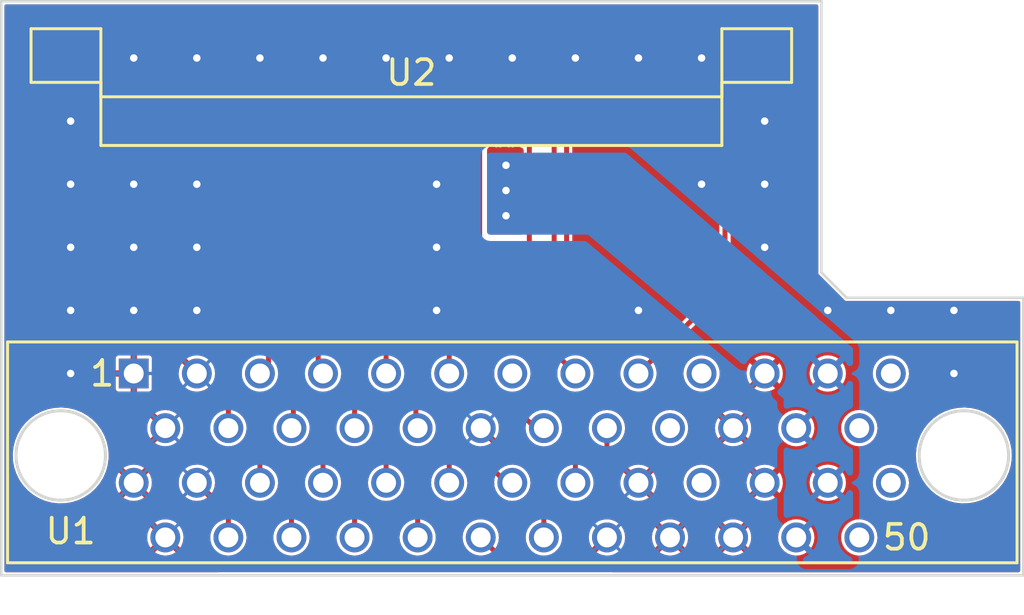
<source format=kicad_pcb>
(kicad_pcb (version 20211014) (generator pcbnew)
  (layers (0 "F.Cu" signal) (31 "B.Cu" signal) (34 "B.Paste" user) (35 "F.Paste" user) (36 "B.SilkS" user "B.Silkscreen") (37 "F.SilkS" user "F.Silkscreen") (38 "B.Mask" user) (39 "F.Mask" user) (44 "Edge.Cuts" user))
  (net 0 "")
  (net 1 "GND")
  (net 2 "/AD3_D3")
  (net 3 "/AD7_D7")
  (net 4 "/AD11_A3")
  (net 5 "/AD15_A7")
  (net 6 "/LBE_WE_n")
  (net 7 "/CLK")
  (net 8 "+3V3")
  (net 9 "/AD1_D1")
  (net 10 "/AD5_D5")
  (net 11 "/AD9_A1")
  (net 12 "/AD13_A5")
  (net 13 "/BTB_n")
  (net 14 "/RESET_n")
  (net 15 "/AD2_D2")
  (net 16 "/AD6_D6")
  (net 17 "/AD10_A2")
  (net 18 "/AD14_A6")
  (net 19 "/BTA_n")
  (net 20 "/UBE_RD_n")
  (net 21 "/AD0_D0")
  (net 22 "/AD4_D4")
  (net 23 "/AD8_A0")
  (net 24 "/AD12_A4")
  (net 25 "/IRQB_n")
  (net 26 "/AEN_n")
  (footprint "DreamcastCommonFootprints:G2_FFC" (layer "F.Cu") (at 143.256 81.28 180)
    (fp_text reference "U2" (at 0 1.95) (layer "F.SilkS"))
    (fp_text value "G2_FFC")
    (fp_line (start -12.5 0.98) (end -12.5 3.72) (layer "F.SilkS") (width 0.12))
    (fp_line (start -15.31 3.72) (end -15.31 1.56) (layer "F.SilkS") (width 0.12))
    (fp_line (start -12.5 3.72) (end -15.31 3.72) (layer "F.SilkS") (width 0.12))
    (fp_line (start -15.31 1.56) (end -12.5 1.56) (layer "F.SilkS") (width 0.12))
    (fp_line (start -12.5 0.98) (end 12.5 0.98) (layer "F.SilkS") (width 0.12))
    (fp_line (start -12.5 1.56) (end -12.5 -0.98) (layer "F.SilkS") (width 0.12))
    (fp_line (start 12.5 0.98) (end 12.5 3.72) (layer "F.SilkS") (width 0.12))
    (fp_line (start -12.5 -0.98) (end 12.5 -0.98) (layer "F.SilkS") (width 0.12))
    (fp_line (start 15.31 1.56) (end 12.5 1.56) (layer "F.SilkS") (width 0.12))
    (fp_line (start 12.5 3.72) (end 15.31 3.72) (layer "F.SilkS") (width 0.12))
    (fp_line (start 12.5 1.56) (end 12.5 -0.98) (layer "F.SilkS") (width 0.12))
    (fp_line (start 15.31 3.72) (end 15.31 1.56) (layer "F.SilkS") (width 0.12))
    (pad "0" smd rect (at -14.4 2.7 180) (size 1.1 1.8) (layers "F.Cu" "F.Paste" "F.Mask"))
    (pad "0" smd rect (at 14.4 2.7 180) (size 1.1 1.8) (layers "F.Cu" "F.Paste" "F.Mask"))
    (pad "1" smd rect (at -12.25 0 180) (size 0.3 1.6) (layers "F.Cu" "F.Paste" "F.Mask"))
    (pad "2" smd rect (at -11.75 0 180) (size 0.3 1.6) (layers "F.Cu" "F.Paste" "F.Mask"))
    (pad "3" smd rect (at -11.25 0 180) (size 0.3 1.6) (layers "F.Cu" "F.Paste" "F.Mask"))
    (pad "4" smd rect (at -10.75 0 180) (size 0.3 1.6) (layers "F.Cu" "F.Paste" "F.Mask"))
    (pad "5" smd rect (at -10.25 0 180) (size 0.3 1.6) (layers "F.Cu" "F.Paste" "F.Mask"))
    (pad "6" smd rect (at -9.75 0 180) (size 0.3 1.6) (layers "F.Cu" "F.Paste" "F.Mask"))
    (pad "7" smd rect (at -9.25 0 180) (size 0.3 1.6) (layers "F.Cu" "F.Paste" "F.Mask"))
    (pad "8" smd rect (at -8.75 0 180) (size 0.3 1.6) (layers "F.Cu" "F.Paste" "F.Mask"))
    (pad "9" smd rect (at -8.25 0 180) (size 0.3 1.6) (layers "F.Cu" "F.Paste" "F.Mask"))
    (pad "10" smd rect (at -7.75 0 180) (size 0.3 1.6) (layers "F.Cu" "F.Paste" "F.Mask") (net 1 "GND"))
    (pad "11" smd rect (at -7.25 0 180) (size 0.3 1.6) (layers "F.Cu" "F.Paste" "F.Mask") (net 1 "GND"))
    (pad "12" smd rect (at -6.75 0 180) (size 0.3 1.6) (layers "F.Cu" "F.Paste" "F.Mask") (net 1 "GND"))
    (pad "13" smd rect (at -6.25 0 180) (size 0.3 1.6) (layers "F.Cu" "F.Paste" "F.Mask") (net 25 "/IRQB_n"))
    (pad "14" smd rect (at -5.75 0 180) (size 0.3 1.6) (layers "F.Cu" "F.Paste" "F.Mask") (net 6 "/LBE_WE_n"))
    (pad "15" smd rect (at -5.25 0 180) (size 0.3 1.6) (layers "F.Cu" "F.Paste" "F.Mask"))
    (pad "16" smd rect (at -4.75 0 180) (size 0.3 1.6) (layers "F.Cu" "F.Paste" "F.Mask") (net 20 "/UBE_RD_n"))
    (pad "17" smd rect (at -4.25 0 180) (size 0.3 1.6) (layers "F.Cu" "F.Paste" "F.Mask") (net 8 "+3V3"))
    (pad "18" smd rect (at -3.75 0 180) (size 0.3 1.6) (layers "F.Cu" "F.Paste" "F.Mask") (net 8 "+3V3"))
    (pad "19" smd rect (at -3.25 0 180) (size 0.3 1.6) (layers "F.Cu" "F.Paste" "F.Mask") (net 8 "+3V3"))
    (pad "20" smd rect (at -2.75 0 180) (size 0.3 1.6) (layers "F.Cu" "F.Paste" "F.Mask") (net 13 "/BTB_n"))
    (pad "21" smd rect (at -2.25 0 180) (size 0.3 1.6) (layers "F.Cu" "F.Paste" "F.Mask") (net 26 "/AEN_n"))
    (pad "22" smd rect (at -1.75 0 180) (size 0.3 1.6) (layers "F.Cu" "F.Paste" "F.Mask") (net 19 "/BTA_n"))
    (pad "23" smd rect (at -1.25 0 180) (size 0.3 1.6) (layers "F.Cu" "F.Paste" "F.Mask") (net 1 "GND"))
    (pad "24" smd rect (at -0.75 0 180) (size 0.3 1.6) (layers "F.Cu" "F.Paste" "F.Mask") (net 1 "GND"))
    (pad "25" smd rect (at -0.25 0 180) (size 0.3 1.6) (layers "F.Cu" "F.Paste" "F.Mask") (net 5 "/AD15_A7"))
    (pad "26" smd rect (at 0.25 0 180) (size 0.3 1.6) (layers "F.Cu" "F.Paste" "F.Mask") (net 18 "/AD14_A6"))
    (pad "27" smd rect (at 0.75 0 180) (size 0.3 1.6) (layers "F.Cu" "F.Paste" "F.Mask") (net 12 "/AD13_A5"))
    (pad "28" smd rect (at 1.25 0 180) (size 0.3 1.6) (layers "F.Cu" "F.Paste" "F.Mask") (net 24 "/AD12_A4"))
    (pad "29" smd rect (at 1.75 0 180) (size 0.3 1.6) (layers "F.Cu" "F.Paste" "F.Mask") (net 4 "/AD11_A3"))
    (pad "30" smd rect (at 2.25 0 180) (size 0.3 1.6) (layers "F.Cu" "F.Paste" "F.Mask") (net 17 "/AD10_A2"))
    (pad "31" smd rect (at 2.75 0 180) (size 0.3 1.6) (layers "F.Cu" "F.Paste" "F.Mask") (net 11 "/AD9_A1"))
    (pad "32" smd rect (at 3.25 0 180) (size 0.3 1.6) (layers "F.Cu" "F.Paste" "F.Mask") (net 23 "/AD8_A0"))
    (pad "33" smd rect (at 3.75 0 180) (size 0.3 1.6) (layers "F.Cu" "F.Paste" "F.Mask") (net 3 "/AD7_D7"))
    (pad "34" smd rect (at 4.25 0 180) (size 0.3 1.6) (layers "F.Cu" "F.Paste" "F.Mask") (net 16 "/AD6_D6"))
    (pad "35" smd rect (at 4.75 0 180) (size 0.3 1.6) (layers "F.Cu" "F.Paste" "F.Mask") (net 10 "/AD5_D5"))
    (pad "36" smd rect (at 5.25 0 180) (size 0.3 1.6) (layers "F.Cu" "F.Paste" "F.Mask") (net 22 "/AD4_D4"))
    (pad "37" smd rect (at 5.75 0 180) (size 0.3 1.6) (layers "F.Cu" "F.Paste" "F.Mask") (net 2 "/AD3_D3"))
    (pad "38" smd rect (at 6.25 0 180) (size 0.3 1.6) (layers "F.Cu" "F.Paste" "F.Mask") (net 15 "/AD2_D2"))
    (pad "39" smd rect (at 6.75 0 180) (size 0.3 1.6) (layers "F.Cu" "F.Paste" "F.Mask") (net 9 "/AD1_D1"))
    (pad "40" smd rect (at 7.25 0 180) (size 0.3 1.6) (layers "F.Cu" "F.Paste" "F.Mask") (net 21 "/AD0_D0"))
    (pad "41" smd rect (at 7.75 0 180) (size 0.3 1.6) (layers "F.Cu" "F.Paste" "F.Mask") (net 1 "GND"))
    (pad "42" smd rect (at 8.25 0 180) (size 0.3 1.6) (layers "F.Cu" "F.Paste" "F.Mask") (net 1 "GND"))
    (pad "43" smd rect (at 8.75 0 180) (size 0.3 1.6) (layers "F.Cu" "F.Paste" "F.Mask") (net 7 "/CLK"))
    (pad "44" smd rect (at 9.25 0 180) (size 0.3 1.6) (layers "F.Cu" "F.Paste" "F.Mask") (net 1 "GND"))
    (pad "45" smd rect (at 9.75 0 180) (size 0.3 1.6) (layers "F.Cu" "F.Paste" "F.Mask") (net 1 "GND"))
    (pad "46" smd rect (at 10.25 0 180) (size 0.3 1.6) (layers "F.Cu" "F.Paste" "F.Mask") (net 14 "/RESET_n"))
    (pad "47" smd rect (at 10.75 0 180) (size 0.3 1.6) (layers "F.Cu" "F.Paste" "F.Mask") (net 1 "GND"))
    (pad "48" smd rect (at 11.25 0 180) (size 0.3 1.6) (layers "F.Cu" "F.Paste" "F.Mask") (net 1 "GND"))
    (pad "49" smd rect (at 11.75 0 180) (size 0.3 1.6) (layers "F.Cu" "F.Paste" "F.Mask"))
    (pad "50" smd rect (at 12.25 0 180) (size 0.3 1.6) (layers "F.Cu" "F.Paste" "F.Mask"))
  )
  (footprint "AW_Footprints:AW_LAN_PCB_Connector" (layer "F.Cu") (at 132.08 91.44)
    (fp_text reference "U1" (at -2.54 6.35 180) (layer "F.SilkS"))
    (fp_text value "LAN_PCB_Connector")
    (fp_text user "50" (at 31.115 6.6 unlocked) (layer "F.SilkS"))
    (fp_text user "1" (at -1.27 0 unlocked) (layer "F.SilkS"))
    (fp_line (start 35.56 7.62) (end 35.56 -1.27) (layer "F.SilkS") (width 0.12))
    (fp_line (start 35.56 -1.27) (end -5.08 -1.27) (layer "F.SilkS") (width 0.12))
    (fp_line (start -5.08 7.62) (end -5.08 -1.27) (layer "F.SilkS") (width 0.12))
    (fp_line (start 35.56 7.62) (end -5.08 7.62) (layer "F.SilkS") (width 0.12))
    (fp_circle (center -2.94 3.3) (end -1.14 3.3) (layer "Edge.Cuts") (width 0.12) (fill none))
    (fp_circle (center 33.42 3.3) (end 35.22 3.3) (layer "Edge.Cuts") (width 0.12) (fill none))
    (pad "1" thru_hole rect (at 0 0) (size 1.2 1.2) (drill 0.8) (layers *.Cu *.Mask) (net 1 "GND"))
    (pad "2" thru_hole circle (at 2.54 0) (size 1.2 1.2) (drill 0.8) (layers *.Cu *.Mask) (net 1 "GND"))
    (pad "3" thru_hole circle (at 5.08 0) (size 1.2 1.2) (drill 0.8) (layers *.Cu *.Mask) (net 2 "/AD3_D3"))
    (pad "4" thru_hole circle (at 7.62 0) (size 1.2 1.2) (drill 0.8) (layers *.Cu *.Mask) (net 3 "/AD7_D7"))
    (pad "5" thru_hole circle (at 10.16 0) (size 1.2 1.2) (drill 0.8) (layers *.Cu *.Mask) (net 4 "/AD11_A3"))
    (pad "6" thru_hole circle (at 12.7 0) (size 1.2 1.2) (drill 0.8) (layers *.Cu *.Mask) (net 5 "/AD15_A7"))
    (pad "7" thru_hole circle (at 15.24 0) (size 1.2 1.2) (drill 0.8) (layers *.Cu *.Mask))
    (pad "8" thru_hole circle (at 17.78 0) (size 1.2 1.2) (drill 0.8) (layers *.Cu *.Mask) (net 6 "/LBE_WE_n"))
    (pad "9" thru_hole circle (at 20.32 0) (size 1.2 1.2) (drill 0.8) (layers *.Cu *.Mask) (net 7 "/CLK"))
    (pad "10" thru_hole circle (at 22.86 0) (size 1.2 1.2) (drill 0.8) (layers *.Cu *.Mask))
    (pad "11" thru_hole circle (at 25.4 0) (size 1.2 1.2) (drill 0.8) (layers *.Cu *.Mask) (net 1 "GND"))
    (pad "12" thru_hole circle (at 27.94 0) (size 1.2 1.2) (drill 0.8) (layers *.Cu *.Mask) (net 8 "+3V3"))
    (pad "13" thru_hole circle (at 30.48 0) (size 1.2 1.2) (drill 0.8) (layers *.Cu *.Mask))
    (pad "14" thru_hole circle (at 1.27 2.2) (size 1.2 1.2) (drill 0.8) (layers *.Cu *.Mask) (net 1 "GND"))
    (pad "15" thru_hole circle (at 3.81 2.2) (size 1.2 1.2) (drill 0.8) (layers *.Cu *.Mask) (net 9 "/AD1_D1"))
    (pad "16" thru_hole circle (at 6.35 2.2) (size 1.2 1.2) (drill 0.8) (layers *.Cu *.Mask) (net 10 "/AD5_D5"))
    (pad "17" thru_hole circle (at 8.89 2.2) (size 1.2 1.2) (drill 0.8) (layers *.Cu *.Mask) (net 11 "/AD9_A1"))
    (pad "18" thru_hole circle (at 11.43 2.2) (size 1.2 1.2) (drill 0.8) (layers *.Cu *.Mask) (net 12 "/AD13_A5"))
    (pad "19" thru_hole circle (at 13.97 2.2) (size 1.2 1.2) (drill 0.8) (layers *.Cu *.Mask) (net 1 "GND"))
    (pad "20" thru_hole circle (at 16.51 2.2) (size 1.2 1.2) (drill 0.8) (layers *.Cu *.Mask) (net 13 "/BTB_n"))
    (pad "21" thru_hole circle (at 19.05 2.2) (size 1.2 1.2) (drill 0.8) (layers *.Cu *.Mask) (net 14 "/RESET_n"))
    (pad "22" thru_hole circle (at 21.59 2.2) (size 1.2 1.2) (drill 0.8) (layers *.Cu *.Mask))
    (pad "23" thru_hole circle (at 24.13 2.2) (size 1.2 1.2) (drill 0.8) (layers *.Cu *.Mask) (net 1 "GND"))
    (pad "24" thru_hole circle (at 26.67 2.2) (size 1.2 1.2) (drill 0.8) (layers *.Cu *.Mask) (net 8 "+3V3"))
    (pad "25" thru_hole circle (at 29.21 2.2) (size 1.2 1.2) (drill 0.8) (layers *.Cu *.Mask))
    (pad "26" thru_hole circle (at 0 4.4 180) (size 1.2 1.2) (drill 0.8) (layers *.Cu *.Mask) (net 1 "GND"))
    (pad "27" thru_hole circle (at 2.54 4.4 180) (size 1.2 1.2) (drill 0.8) (layers *.Cu *.Mask) (net 1 "GND"))
    (pad "28" thru_hole circle (at 5.08 4.4 180) (size 1.2 1.2) (drill 0.8) (layers *.Cu *.Mask) (net 15 "/AD2_D2"))
    (pad "29" thru_hole circle (at 7.62 4.4 180) (size 1.2 1.2) (drill 0.8) (layers *.Cu *.Mask) (net 16 "/AD6_D6"))
    (pad "30" thru_hole circle (at 10.16 4.4 180) (size 1.2 1.2) (drill 0.8) (layers *.Cu *.Mask) (net 17 "/AD10_A2"))
    (pad "31" thru_hole circle (at 12.7 4.4 180) (size 1.2 1.2) (drill 0.8) (layers *.Cu *.Mask) (net 18 "/AD14_A6"))
    (pad "32" thru_hole circle (at 15.24 4.4 180) (size 1.2 1.2) (drill 0.8) (layers *.Cu *.Mask) (net 19 "/BTA_n"))
    (pad "33" thru_hole circle (at 17.78 4.4 180) (size 1.2 1.2) (drill 0.8) (layers *.Cu *.Mask) (net 20 "/UBE_RD_n"))
    (pad "34" thru_hole circle (at 20.32 4.4 180) (size 1.2 1.2) (drill 0.8) (layers *.Cu *.Mask) (net 1 "GND"))
    (pad "35" thru_hole circle (at 22.86 4.4 180) (size 1.2 1.2) (drill 0.8) (layers *.Cu *.Mask))
    (pad "36" thru_hole circle (at 25.4 4.4 180) (size 1.2 1.2) (drill 0.8) (layers *.Cu *.Mask) (net 1 "GND"))
    (pad "37" thru_hole circle (at 27.94 4.4 180) (size 1.2 1.2) (drill 0.8) (layers *.Cu *.Mask) (net 8 "+3V3"))
    (pad "38" thru_hole circle (at 30.48 4.4 180) (size 1.2 1.2) (drill 0.8) (layers *.Cu *.Mask))
    (pad "39" thru_hole circle (at 1.27 6.6 180) (size 1.2 1.2) (drill 0.8) (layers *.Cu *.Mask) (net 1 "GND"))
    (pad "40" thru_hole circle (at 3.81 6.6 180) (size 1.2 1.2) (drill 0.8) (layers *.Cu *.Mask) (net 21 "/AD0_D0"))
    (pad "41" thru_hole circle (at 6.35 6.6 180) (size 1.2 1.2) (drill 0.8) (layers *.Cu *.Mask) (net 22 "/AD4_D4"))
    (pad "42" thru_hole circle (at 8.89 6.6 180) (size 1.2 1.2) (drill 0.8) (layers *.Cu *.Mask) (net 23 "/AD8_A0"))
    (pad "43" thru_hole circle (at 11.43 6.6 180) (size 1.2 1.2) (drill 0.8) (layers *.Cu *.Mask) (net 24 "/AD12_A4"))
    (pad "44" thru_hole circle (at 13.97 6.6 180) (size 1.2 1.2) (drill 0.8) (layers *.Cu *.Mask) (net 25 "/IRQB_n"))
    (pad "45" thru_hole circle (at 16.51 6.6 180) (size 1.2 1.2) (drill 0.8) (layers *.Cu *.Mask) (net 26 "/AEN_n"))
    (pad "46" thru_hole circle (at 19.05 6.6 180) (size 1.2 1.2) (drill 0.8) (layers *.Cu *.Mask) (net 1 "GND"))
    (pad "47" thru_hole circle (at 21.59 6.6 180) (size 1.2 1.2) (drill 0.8) (layers *.Cu *.Mask) (net 1 "GND"))
    (pad "48" thru_hole circle (at 24.13 6.6 180) (size 1.2 1.2) (drill 0.8) (layers *.Cu *.Mask) (net 1 "GND"))
    (pad "49" thru_hole circle (at 26.67 6.6 180) (size 1.2 1.2) (drill 0.8) (layers *.Cu *.Mask) (net 8 "+3V3"))
    (pad "50" thru_hole circle (at 29.21 6.6 180) (size 1.2 1.2) (drill 0.8) (layers *.Cu *.Mask))
  )
  (gr_line (start 126.746 99.568) (end 126.746 76.454) (layer "Edge.Cuts") (width 0.1))
  (gr_line (start 160.782 88.392) (end 159.766 87.376) (layer "Edge.Cuts") (width 0.1))
  (gr_line (start 167.894 99.568) (end 126.746 99.568) (layer "Edge.Cuts") (width 0.1))
  (gr_line (start 167.894 88.392) (end 160.782 88.392) (layer "Edge.Cuts") (width 0.1))
  (gr_line (start 159.766 76.454) (end 159.766 87.376) (layer "Edge.Cuts") (width 0.1))
  (gr_line (start 126.746 76.454) (end 159.766 76.454) (layer "Edge.Cuts") (width 0.1))
  (gr_line (start 167.894 88.392) (end 167.894 99.568) (layer "Edge.Cuts") (width 0.1))
  (via (at 160.02 88.9) (size 0.5) (drill 0.3) (layers "F.Cu" "B.Cu") (net 1))
  (via (at 157.48 83.82) (size 0.5) (drill 0.3) (layers "F.Cu" "B.Cu") (net 1))
  (via (at 132.08 78.74) (size 0.5) (drill 0.3) (layers "F.Cu" "B.Cu") (net 1))
  (via (at 165.1 88.9) (size 0.5) (drill 0.3) (layers "F.Cu" "B.Cu") (net 1))
  (via (at 129.54 88.9) (size 0.5) (drill 0.3) (layers "F.Cu" "B.Cu") (net 1))
  (via (at 134.62 83.82) (size 0.5) (drill 0.3) (layers "F.Cu" "B.Cu") (net 1))
  (via (at 137.16 78.74) (size 0.5) (drill 0.3) (layers "F.Cu" "B.Cu") (net 1))
  (via (at 129.54 83.82) (size 0.5) (drill 0.3) (layers "F.Cu" "B.Cu") (net 1))
  (via (at 129.54 86.36) (size 0.5) (drill 0.3) (layers "F.Cu" "B.Cu") (net 1))
  (via (at 132.08 83.82) (size 0.5) (drill 0.3) (layers "F.Cu" "B.Cu") (net 1))
  (via (at 147.32 78.74) (size 0.5) (drill 0.3) (layers "F.Cu" "B.Cu") (net 1))
  (via (at 162.56 88.9) (size 0.5) (drill 0.3) (layers "F.Cu" "B.Cu") (net 1))
  (via (at 144.272 83.82) (size 0.5) (drill 0.3) (layers "F.Cu" "B.Cu") (net 1))
  (via (at 157.48 81.28) (size 0.5) (drill 0.3) (layers "F.Cu" "B.Cu") (net 1))
  (via (at 142.24 78.74) (size 0.5) (drill 0.3) (layers "F.Cu" "B.Cu") (net 1))
  (via (at 144.78 78.74) (size 0.5) (drill 0.3) (layers "F.Cu" "B.Cu") (net 1))
  (via (at 134.62 86.36) (size 0.5) (drill 0.3) (layers "F.Cu" "B.Cu") (net 1))
  (via (at 134.62 78.74) (size 0.5) (drill 0.3) (layers "F.Cu" "B.Cu") (net 1))
  (via (at 132.08 88.9) (size 0.5) (drill 0.3) (layers "F.Cu" "B.Cu") (net 1))
  (via (at 165.1 91.44) (size 0.5) (drill 0.3) (layers "F.Cu" "B.Cu") (net 1))
  (via (at 144.272 86.36) (size 0.5) (drill 0.3) (layers "F.Cu" "B.Cu") (net 1))
  (via (at 154.94 78.74) (size 0.5) (drill 0.3) (layers "F.Cu" "B.Cu") (net 1))
  (via (at 157.48 86.36) (size 0.5) (drill 0.3) (layers "F.Cu" "B.Cu") (net 1))
  (via (at 152.4 78.74) (size 0.5) (drill 0.3) (layers "F.Cu" "B.Cu") (net 1))
  (via (at 129.54 81.28) (size 0.5) (drill 0.3) (layers "F.Cu" "B.Cu") (net 1))
  (via (at 134.62 88.9) (size 0.5) (drill 0.3) (layers "F.Cu" "B.Cu") (net 1))
  (via (at 132.08 86.36) (size 0.5) (drill 0.3) (layers "F.Cu" "B.Cu") (net 1))
  (via (at 154.94 83.82) (size 0.5) (drill 0.3) (layers "F.Cu" "B.Cu") (net 1))
  (via (at 139.7 78.74) (size 0.5) (drill 0.3) (layers "F.Cu" "B.Cu") (net 1))
  (via (at 149.86 78.74) (size 0.5) (drill 0.3) (layers "F.Cu" "B.Cu") (net 1))
  (via (at 152.4 88.9) (size 0.5) (drill 0.3) (layers "F.Cu" "B.Cu") (net 1))
  (via (at 144.272 88.9) (size 0.5) (drill 0.3) (layers "F.Cu" "B.Cu") (net 1))
  (via (at 129.54 91.44) (size 0.5) (drill 0.3) (layers "F.Cu" "B.Cu") (net 1))
  (segment (start 137.506 81.28) (end 137.506 91.094) (width 0.2) (layer "F.Cu") (net 2))
  (segment (start 137.506 91.094) (end 137.16 91.44) (width 0.2) (layer "F.Cu") (net 2))
  (segment (start 137.16 91.44) (end 137.16 91.425826) (width 0.2) (layer "F.Cu") (net 2))
  (segment (start 139.506 91.246) (end 139.7 91.44) (width 0.2) (layer "F.Cu") (net 3))
  (segment (start 139.506 81.28) (end 139.506 91.246) (width 0.2) (layer "F.Cu") (net 3))
  (segment (start 139.7 91.44) (end 139.7 91.425826) (width 0.2) (layer "F.Cu") (net 3))
  (segment (start 141.506 89.182) (end 142.24 89.916) (width 0.2) (layer "F.Cu") (net 4))
  (segment (start 142.24 89.916) (end 142.24 91.44) (width 0.2) (layer "F.Cu") (net 4))
  (segment (start 141.506 81.28) (end 141.506 89.182) (width 0.2) (layer "F.Cu") (net 4))
  (segment (start 143.506 81.28) (end 143.506 89.334921) (width 0.2) (layer "F.Cu") (net 5))
  (segment (start 144.78 90.608921) (end 144.78 91.44) (width 0.2) (layer "F.Cu") (net 5))
  (segment (start 143.506 89.334921) (end 144.78 90.608921) (width 0.2) (layer "F.Cu") (net 5))
  (segment (start 149.07 81.28) (end 149.033489 81.316511) (width 0.2) (layer "F.Cu") (net 6))
  (segment (start 149.006 81.28) (end 149.006 90.586) (width 0.2) (layer "F.Cu") (net 6))
  (segment (start 149.86 91.44) (end 149.53348 91.76652) (width 0.2) (layer "F.Cu") (net 6))
  (segment (start 149.006 90.586) (end 149.86 91.44) (width 0.2) (layer "F.Cu") (net 6))
  (segment (start 134.506 81.28) (end 134.506 80.376978) (width 0.2) (layer "F.Cu") (net 7))
  (segment (start 136.652 78.232) (end 136.906 77.978) (width 0.2) (layer "F.Cu") (net 7))
  (segment (start 155.882511 87.957489) (end 152.4 91.44) (width 0.2) (layer "F.Cu") (net 7))
  (segment (start 136.650978 78.232) (end 136.652 78.232) (width 0.2) (layer "F.Cu") (net 7))
  (segment (start 154.94 77.978) (end 155.882511 78.920511) (width 0.2) (layer "F.Cu") (net 7))
  (segment (start 155.882511 78.920511) (end 155.882511 87.957489) (width 0.2) (layer "F.Cu") (net 7))
  (segment (start 136.906 77.978) (end 154.94 77.978) (width 0.2) (layer "F.Cu") (net 7))
  (segment (start 134.506 80.376978) (end 136.650978 78.232) (width 0.2) (layer "F.Cu") (net 7))
  (segment (start 152.146 91.44) (end 152.4 91.44) (width 0.2) (layer "F.Cu") (net 7))
  (via (at 147.066 85.09) (size 0.5) (drill 0.3) (layers "F.Cu" "B.Cu") (net 8))
  (via (at 147.066 83.058) (size 0.5) (drill 0.3) (layers "F.Cu" "B.Cu") (net 8))
  (via (at 147.066 84.074) (size 0.5) (drill 0.3) (layers "F.Cu" "B.Cu") (net 8))
  (segment (start 136.506 81.28) (end 136.506 90.463366) (width 0.2) (layer "F.Cu") (net 9))
  (segment (start 136.506 90.463366) (end 135.89 91.079366) (width 0.2) (layer "F.Cu") (net 9))
  (segment (start 135.89 91.079366) (end 135.89 93.64) (width 0.2) (layer "F.Cu") (net 9))
  (segment (start 138.506 81.28) (end 138.506 93.564) (width 0.2) (layer "F.Cu") (net 10))
  (segment (start 138.506 93.564) (end 138.43 93.64) (width 0.2) (layer "F.Cu") (net 10))
  (segment (start 140.97 90.808866) (end 140.97 93.64) (width 0.2) (layer "F.Cu") (net 11))
  (segment (start 140.506 90.344866) (end 140.97 90.808866) (width 0.2) (layer "F.Cu") (net 11))
  (segment (start 140.506 81.28) (end 140.506 90.344866) (width 0.2) (layer "F.Cu") (net 11))
  (segment (start 143.43748 90.189941) (end 143.43748 93.56748) (width 0.2) (layer "F.Cu") (net 12))
  (segment (start 142.506 81.28) (end 142.506 89.25846) (width 0.2) (layer "F.Cu") (net 12))
  (segment (start 142.506 89.25846) (end 143.43748 90.189941) (width 0.2) (layer "F.Cu") (net 12))
  (segment (start 143.43748 93.56748) (end 143.51 93.64) (width 0.2) (layer "F.Cu") (net 12))
  (segment (start 148.25 93.64) (end 148.59 93.64) (width 0.2) (layer "F.Cu") (net 13))
  (segment (start 146.493489 89.444625) (end 146.493489 91.883489) (width 0.2) (layer "F.Cu") (net 13))
  (segment (start 146.006 81.28) (end 146.006 88.957136) (width 0.2) (layer "F.Cu") (net 13))
  (segment (start 146.493489 91.883489) (end 148.25 93.64) (width 0.2) (layer "F.Cu") (net 13))
  (segment (start 146.006 88.957136) (end 146.493489 89.444625) (width 0.2) (layer "F.Cu") (net 13))
  (segment (start 134.176511 95.114625) (end 133.793489 95.497647) (width 0.2) (layer "F.Cu") (net 14))
  (segment (start 133.006 81.28) (end 133.006 90.994864) (width 0.2) (layer "F.Cu") (net 14))
  (segment (start 151.024864 99.314) (end 151.956511 98.382353) (width 0.2) (layer "F.Cu") (net 14))
  (segment (start 135.792864 99.314) (end 151.024864 99.314) (width 0.2) (layer "F.Cu") (net 14))
  (segment (start 151.956511 96.565375) (end 151.13 95.738864) (width 0.2) (layer "F.Cu") (net 14))
  (segment (start 133.793489 95.497647) (end 133.793489 97.314625) (width 0.2) (layer "F.Cu") (net 14))
  (segment (start 151.368864 93.64) (end 151.13 93.64) (width 0.2) (layer "F.Cu") (net 14))
  (segment (start 151.956511 98.382353) (end 151.956511 96.565375) (width 0.2) (layer "F.Cu") (net 14))
  (segment (start 151.13 95.738864) (end 151.13 93.64) (width 0.2) (layer "F.Cu") (net 14))
  (segment (start 133.006 90.994864) (end 134.176511 92.165375) (width 0.2) (layer "F.Cu") (net 14))
  (segment (start 133.793489 97.314625) (end 135.792864 99.314) (width 0.2) (layer "F.Cu") (net 14))
  (segment (start 134.176511 92.165375) (end 134.176511 95.114625) (width 0.2) (layer "F.Cu") (net 14))
  (segment (start 136.333489 92.914625) (end 137.16 93.741136) (width 0.2) (layer "F.Cu") (net 15))
  (segment (start 137.006 81.28) (end 137.006 90.425136) (width 0.2) (layer "F.Cu") (net 15))
  (segment (start 137.16 93.741136) (end 137.16 95.84) (width 0.2) (layer "F.Cu") (net 15))
  (segment (start 137.006 90.425136) (end 136.333489 91.097647) (width 0.2) (layer "F.Cu") (net 15))
  (segment (start 136.333489 91.097647) (end 136.333489 92.914625) (width 0.2) (layer "F.Cu") (net 15))
  (segment (start 138.83252 91.138616) (end 138.83252 92.85852) (width 0.2) (layer "F.Cu") (net 16))
  (segment (start 139.006 90.965136) (end 138.83252 91.138616) (width 0.2) (layer "F.Cu") (net 16))
  (segment (start 138.83252 92.85852) (end 139.7 93.726) (width 0.2) (layer "F.Cu") (net 16))
  (segment (start 139.006 81.28) (end 139.006 90.965136) (width 0.2) (layer "F.Cu") (net 16))
  (segment (start 139.7 93.726) (end 139.7 95.84) (width 0.2) (layer "F.Cu") (net 16))
  (segment (start 141.006 90.383096) (end 141.413489 90.790585) (width 0.2) (layer "F.Cu") (net 17))
  (segment (start 141.413489 91.883489) (end 142.24 92.71) (width 0.2) (layer "F.Cu") (net 17))
  (segment (start 141.006 81.28) (end 141.006 90.383096) (width 0.2) (layer "F.Cu") (net 17))
  (segment (start 141.413489 90.790585) (end 141.413489 91.883489) (width 0.2) (layer "F.Cu") (net 17))
  (segment (start 142.24 92.71) (end 142.24 95.84) (width 0.2) (layer "F.Cu") (net 17))
  (segment (start 143.764 90.054691) (end 143.764 91.694) (width 0.2) (layer "F.Cu") (net 18))
  (segment (start 143.764 91.694) (end 144.78 92.71) (width 0.2) (layer "F.Cu") (net 18))
  (segment (start 143.006 81.28) (end 143.006 89.296691) (width 0.2) (layer "F.Cu") (net 18))
  (segment (start 144.78 92.71) (end 144.78 95.84) (width 0.2) (layer "F.Cu") (net 18))
  (segment (start 143.006 89.296691) (end 143.764 90.054691) (width 0.2) (layer "F.Cu") (net 18))
  (segment (start 147.081136 95.84) (end 147.32 95.84) (width 0.2) (layer "F.Cu") (net 19))
  (segment (start 145.223489 93.297647) (end 145.223489 93.982353) (width 0.2) (layer "F.Cu") (net 19))
  (segment (start 145.707647 89.827647) (end 145.707647 92.813489) (width 0.2) (layer "F.Cu") (net 19))
  (segment (start 145.707647 92.813489) (end 145.223489 93.297647) (width 0.2) (layer "F.Cu") (net 19))
  (segment (start 145.223489 93.982353) (end 147.081136 95.84) (width 0.2) (layer "F.Cu") (net 19))
  (segment (start 145.006 89.126) (end 145.707647 89.827647) (width 0.2) (layer "F.Cu") (net 19))
  (segment (start 145.006 81.28) (end 145.006 89.126) (width 0.2) (layer "F.Cu") (net 19))
  (segment (start 149.033489 91.097647) (end 149.033489 92.899489) (width 0.2) (layer "F.Cu") (net 20))
  (segment (start 148.006 81.28) (end 148.006 90.070158) (width 0.2) (layer "F.Cu") (net 20))
  (segment (start 149.86 93.726) (end 149.86 95.84) (width 0.2) (layer "F.Cu") (net 20))
  (segment (start 148.006 90.070158) (end 149.033489 91.097647) (width 0.2) (layer "F.Cu") (net 20))
  (segment (start 149.033489 92.899489) (end 149.86 93.726) (width 0.2) (layer "F.Cu") (net 20))
  (segment (start 135.56348 90.944116) (end 135.56348 92.78252) (width 0.2) (layer "F.Cu") (net 21))
  (segment (start 135.56348 92.78252) (end 134.874 93.472) (width 0.2) (layer "F.Cu") (net 21))
  (segment (start 136.006 81.28) (end 136.006 90.501596) (width 0.2) (layer "F.Cu") (net 21))
  (segment (start 136.006 90.501596) (end 135.56348 90.944116) (width 0.2) (layer "F.Cu") (net 21))
  (segment (start 135.89 95.941136) (end 135.89 98.04) (width 0.2) (layer "F.Cu") (net 21))
  (segment (start 134.874 94.925136) (end 135.89 95.941136) (width 0.2) (layer "F.Cu") (net 21))
  (segment (start 134.874 93.472) (end 134.874 94.925136) (width 0.2) (layer "F.Cu") (net 21))
  (segment (start 138.43 95.941136) (end 138.43 98.04) (width 0.2) (layer "F.Cu") (net 22))
  (segment (start 138.006 92.731842) (end 137.603489 93.134353) (width 0.2) (layer "F.Cu") (net 22))
  (segment (start 137.603489 93.134353) (end 137.603489 93.297647) (width 0.2) (layer "F.Cu") (net 22))
  (segment (start 137.603489 95.114625) (end 138.43 95.941136) (width 0.2) (layer "F.Cu") (net 22))
  (segment (start 137.603489 93.297647) (end 137.603489 95.114625) (width 0.2) (layer "F.Cu") (net 22))
  (segment (start 138.006 81.28) (end 138.006 92.731842) (width 0.2) (layer "F.Cu") (net 22))
  (segment (start 140.64348 92.78252) (end 140.143489 93.282511) (width 0.2) (layer "F.Cu") (net 23))
  (segment (start 140.143489 93.282511) (end 140.143489 94.931489) (width 0.2) (layer "F.Cu") (net 23))
  (segment (start 140.143489 94.931489) (end 140.97 95.758) (width 0.2) (layer "F.Cu") (net 23))
  (segment (start 140.64348 90.944116) (end 140.64348 92.78252) (width 0.2) (layer "F.Cu") (net 23))
  (segment (start 140.006 90.306636) (end 140.64348 90.944116) (width 0.2) (layer "F.Cu") (net 23))
  (segment (start 140.006 81.28) (end 140.006 90.306636) (width 0.2) (layer "F.Cu") (net 23))
  (segment (start 140.97 95.758) (end 140.97 98.04) (width 0.2) (layer "F.Cu") (net 23))
  (segment (start 142.006 89.22023) (end 143.11096 90.32519) (width 0.2) (layer "F.Cu") (net 24))
  (segment (start 143.11096 90.32519) (end 143.11096 92.870176) (width 0.2) (layer "F.Cu") (net 24))
  (segment (start 143.11096 92.870176) (end 142.683489 93.297647) (width 0.2) (layer "F.Cu") (net 24))
  (segment (start 142.683489 95.114625) (end 143.51 95.941136) (width 0.2) (layer "F.Cu") (net 24))
  (segment (start 143.51 95.941136) (end 143.51 98.04) (width 0.2) (layer "F.Cu") (net 24))
  (segment (start 142.006 81.28) (end 142.006 89.22023) (width 0.2) (layer "F.Cu") (net 24))
  (segment (start 142.683489 93.297647) (end 142.683489 95.114625) (width 0.2) (layer "F.Cu") (net 24))
  (segment (start 150.686511 97.112353) (end 148.932353 98.866511) (width 0.2) (layer "F.Cu") (net 25))
  (segment (start 150.686511 95.497647) (end 150.686511 97.112353) (width 0.2) (layer "F.Cu") (net 25))
  (segment (start 150.276432 95.087568) (end 150.686511 95.497647) (width 0.2) (layer "F.Cu") (net 25))
  (segment (start 149.506 89.917136) (end 150.876 91.287136) (width 0.2) (layer "F.Cu") (net 25))
  (segment (start 150.276432 92.394704) (end 150.276432 95.087568) (width 0.2) (layer "F.Cu") (net 25))
  (segment (start 150.876 91.287136) (end 150.876 91.795136) (width 0.2) (layer "F.Cu") (net 25))
  (segment (start 150.876 91.795136) (end 150.276432 92.394704) (width 0.2) (layer "F.Cu") (net 25))
  (segment (start 146.876511 98.866511) (end 146.05 98.04) (width 0.2) (layer "F.Cu") (net 25))
  (segment (start 148.932353 98.866511) (end 146.876511 98.866511) (width 0.2) (layer "F.Cu") (net 25))
  (segment (start 149.506 81.28) (end 149.506 89.917136) (width 0.2) (layer "F.Cu") (net 25))
  (segment (start 145.506 81.28) (end 145.506 89.16423) (width 0.2) (layer "F.Cu") (net 26))
  (segment (start 148.59 94.808864) (end 148.59 98.04) (width 0.2) (layer "F.Cu") (net 26))
  (segment (start 145.506 89.16423) (end 146.05 89.70823) (width 0.2) (layer "F.Cu") (net 26))
  (segment (start 146.05 92.268864) (end 148.59 94.808864) (width 0.2) (layer "F.Cu") (net 26))
  (segment (start 146.05 89.70823) (end 146.05 92.268864) (width 0.2) (layer "F.Cu") (net 26))
  (zone (net 8) (net_name "+3V3") (layer "F.Cu") (priority 1) (connect_pads (clearance 0.127)) (min_thickness 0.254) (fill yes (thermal_gap 0.254) (thermal_bridge_width 0.254))
    (polygon (pts (xy 147.828 85.852) (xy 146.304 85.852) (xy 146.304 80.264) (xy 147.828 80.264)))
  )
  (zone (net 1) (net_name "GND") (layers F&B.Cu) (connect_pads (clearance 0.127)) (min_thickness 0.127) (fill yes (thermal_gap 0.127) (thermal_bridge_width 0.127))
    (polygon (pts (xy 159.766 87.383306) (xy 160.782 88.392) (xy 167.894 88.392) (xy 167.894 99.568) (xy 126.746 99.568) (xy 126.746 76.454) (xy 159.766 76.454)))
  )
  (zone (net 1) (net_name "GND") (layer "F.Cu") (connect_pads (clearance 0.254)) (min_thickness 0.254) (fill yes (thermal_gap 0.254) (thermal_bridge_width 0.254))
    (polygon (pts (xy 159.766 87.376) (xy 160.782 88.392) (xy 167.894 88.392) (xy 167.894 99.568) (xy 126.746 99.568) (xy 126.746 76.454) (xy 159.766 76.454)))
  )
  (zone (net 8) (net_name "+3V3") (layer "B.Cu") (priority 1) (connect_pads (clearance 0.254)) (min_thickness 0.254) (fill yes (thermal_gap 0.254) (thermal_bridge_width 0.254))
    (polygon (pts (xy 151.892 82.55) (xy 161.036 90.424) (xy 161.036 99.06) (xy 158.242 99.06) (xy 158.242 92.456) (xy 154.305 89.154) (xy 150.368 85.852) (xy 146.304 85.852) (xy 146.304 82.55)))
  )
)
</source>
